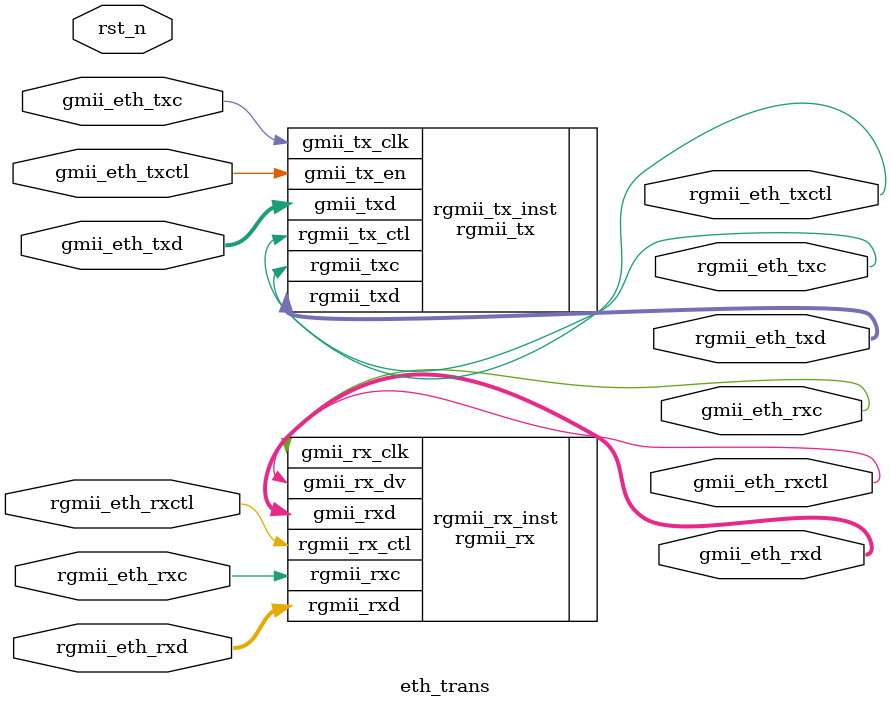
<source format=v>
module eth_trans
(
    input       wire            rst_n,
    input       wire            rgmii_eth_rxc,
    input       wire            rgmii_eth_rxctl,
    input       wire[3:0]       rgmii_eth_rxd,

    input       wire            gmii_eth_txc,
    input       wire            gmii_eth_txctl,
    input       wire[7:0]       gmii_eth_txd,

    output      wire            rgmii_eth_txc,
    output      wire            rgmii_eth_txctl,
    output      wire[3:0]       rgmii_eth_txd,

    output      wire            gmii_eth_rxc,
    output      wire            gmii_eth_rxctl,
    output      wire[7:0]       gmii_eth_rxd 
);

rgmii_rx rgmii_rx_inst
(
    .rgmii_rxc      (rgmii_eth_rxc   ),
    .rgmii_rx_ctl   (rgmii_eth_rxctl ),
    .rgmii_rxd      (rgmii_eth_rxd   ),
    .gmii_rx_clk    (gmii_eth_rxc    ),
    .gmii_rx_dv     (gmii_eth_rxctl  ),
    .gmii_rxd       (gmii_eth_rxd    )
);
rgmii_tx rgmii_tx_inst
(
    .gmii_tx_clk    (gmii_eth_txc),
    .gmii_tx_en     (gmii_eth_txctl),
    .gmii_txd       (gmii_eth_txd),

    .rgmii_txc      (rgmii_eth_txc),
    .rgmii_tx_ctl   (rgmii_eth_txctl),
    .rgmii_txd      (rgmii_eth_txd)
);
endmodule
</source>
